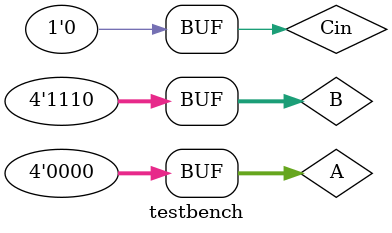
<source format=v>
`timescale 1ns/10ps

module testbench();

//********Signal In Reg**********//
reg [3:0] A, B;
reg Cin;

//********Signal Out Wire********//
wire [3:0] S;
wire Cout;

carryLookahead carryLookahead(.S(S), .Cout(Cout), .A(A), .B(B), .Cin(Cin));

initial begin
	$dumpfile("tb.vcd");
	$dumpvars;
end

initial
begin
	#0	A = 0;
		B = 0;
		Cin = 0;
	#1 A = 'b0101;
		B = 'b1010;
	#2 A = 'b1110;
		B = 'b1110;
	#3 A = 0;
		A = 0;
end
endmodule 
</source>
